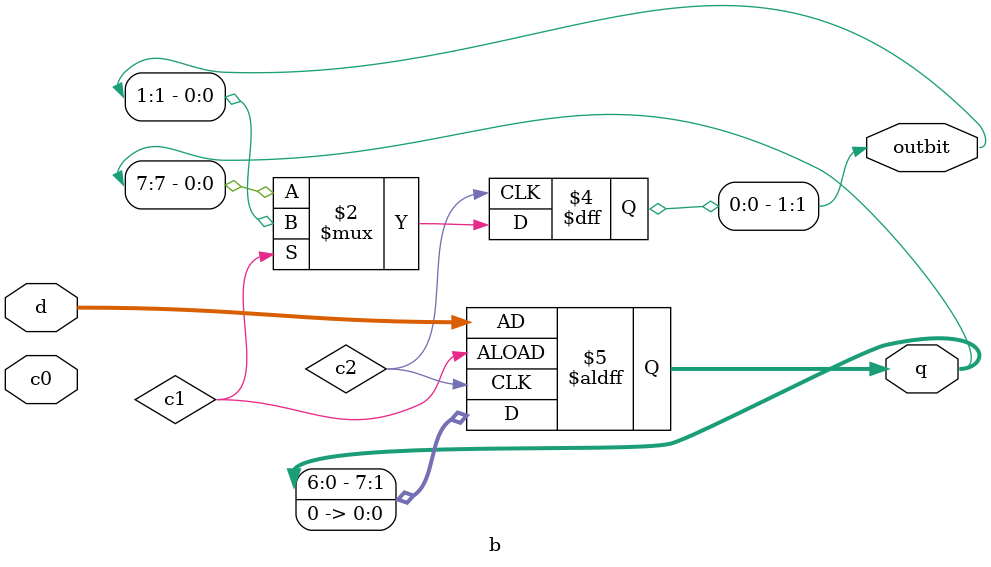
<source format=v>
module p (
  input c0,c2,c3,c8,c14,
  input [1:0]inbit,
  input [8:0]d, // intrarea pentru registru 
  //output reg [1:0]outbit, // cand shiftez cu 2 pozitii, o sa imi iasa 2 biti
  output reg [8:0]q //iesirea pentru registru
);


always @(posedge c0 or posedge c2 or posedge c3 or posedge c8 or posedge c14) begin
  if(c0)
    q <= 0;

  else if(c2) begin
    q[8:1] <= q[7:0];
    q[0] <= inbit[0];
  end 

  else if(c3) begin
    q[8:2] <= q[6:0];
    q[1:0] <= inbit;
  end
  
  else if(c8) begin // nu mai trebuie tratat cazul de c9 sau c10
   q <= d;
  end

  else if(c14) begin
    q[7:0] <= q[8:1];
    q[8] <= 0;
  end
end

endmodule

module a (
  input c0,c2,c3,c4,c7,c13,
  input [1:0]inbit,
  input [7:0]d,
  output reg [1:0]outbit,
  output reg [7:0]q
);
  
always @(posedge c0 or posedge c2 or posedge c3 or posedge c4 or posedge c7 or posedge c13) begin
  if(c0) begin
    q <= d;
  end

  else if(c2) begin
    outbit[1] <= q[7];
    q[7:1] <= q[6:0];
    q[0] <= inbit[1];
  end

  else if(c3) begin
    outbit <= q[7:6];
    q[7:2] <= q[5:0];

    if(c4) begin
      q[1:0] <= 2'b01;
    end
    else if(c7) begin
      q[1:0] <= 2'b10;
    end

    else begin
      q[1:0] <= 2'b00;
    end
  end

  else if(c13) begin
    q <= d;
  end
  
end

endmodule

module aprim (
  input c0, c3, c5, c6, c12,
  //input [1:0]inbit,
  input [7:0]d,
  //output reg [1:0]outbit,
  output reg [7:0]q
);
  
always @(posedge c0 or posedge c3 or posedge c5 or posedge c6 or posedge c12) begin
  if(c0) begin
    q <= '0;
  end

  else if (c3) begin
    q[7:2] <= q[5:0];

    if(c5) begin
      q[1:0] <= 2'b01;
    end

    else if (c6) begin
      q[1:0] <= 2'b10;
    end

    else 
      q[1:0] <= 2'b00;
  end

  else if (c12) //! trebuie verificat pentru ca nu stiu daca este c8 sau c12
    q <= q + 1;
end

endmodule

module b (
  input c0,
  //input [1:0]inbit,
  input [7:0]d,
  output reg [1:0]outbit, //! trebuie verificata logica de pe outbit din acest modul
  output reg [7:0]q
);

always @(posedge c1 or posedge c2) begin
  
  if(c1) begin
    q <= d;
  end

  else if(c2) begin
    outbit[1] <= q[7];
    q[7:1] <= q[6:0];
    q[0] <= 1'b0;
  end

end

endmodule
</source>
